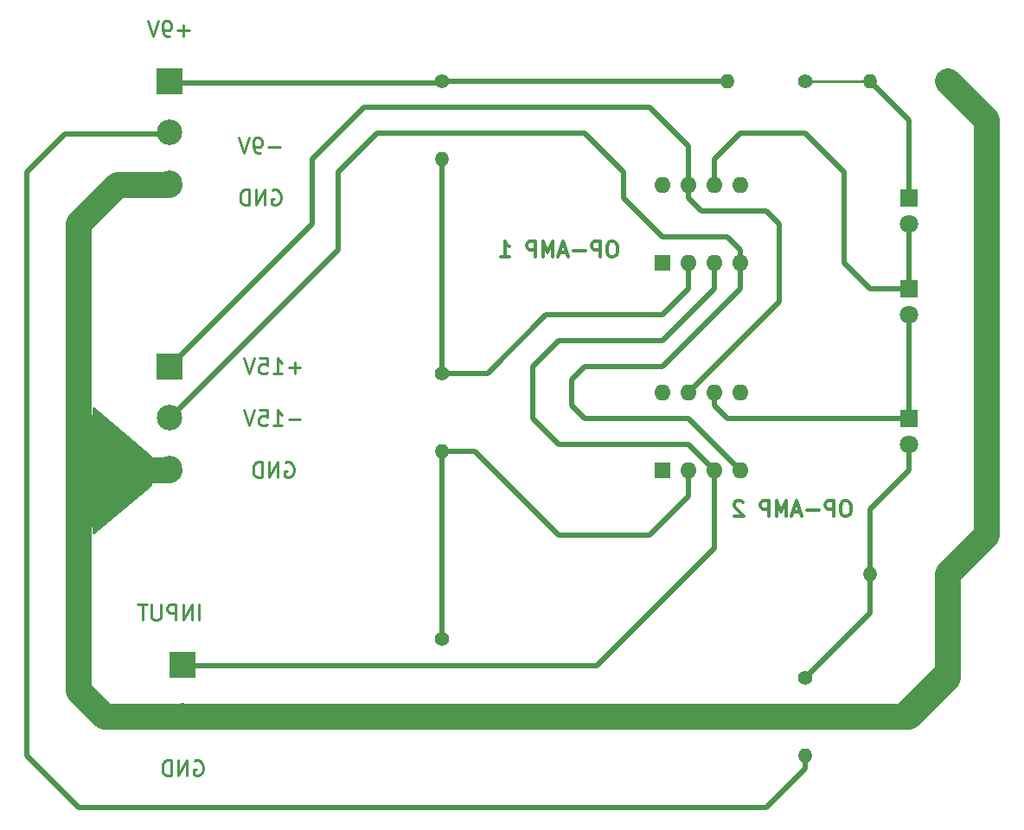
<source format=gbr>
G04 #@! TF.FileFunction,Copper,L2,Bot,Signal*
%FSLAX46Y46*%
G04 Gerber Fmt 4.6, Leading zero omitted, Abs format (unit mm)*
G04 Created by KiCad (PCBNEW 4.0.6) date 09/27/17 00:30:41*
%MOMM*%
%LPD*%
G01*
G04 APERTURE LIST*
%ADD10C,0.100000*%
%ADD11C,0.300000*%
%ADD12C,0.250000*%
%ADD13C,2.500000*%
%ADD14R,2.500000X2.500000*%
%ADD15R,1.600000X1.600000*%
%ADD16O,1.600000X1.600000*%
%ADD17C,1.400000*%
%ADD18O,1.400000X1.400000*%
%ADD19R,1.800000X1.800000*%
%ADD20C,1.800000*%
%ADD21C,0.500000*%
%ADD22C,2.500000*%
%ADD23C,1.500000*%
%ADD24C,0.254000*%
G04 APERTURE END LIST*
D10*
D11*
X180617143Y-85538571D02*
X180331429Y-85538571D01*
X180188571Y-85610000D01*
X180045714Y-85752857D01*
X179974286Y-86038571D01*
X179974286Y-86538571D01*
X180045714Y-86824286D01*
X180188571Y-86967143D01*
X180331429Y-87038571D01*
X180617143Y-87038571D01*
X180760000Y-86967143D01*
X180902857Y-86824286D01*
X180974286Y-86538571D01*
X180974286Y-86038571D01*
X180902857Y-85752857D01*
X180760000Y-85610000D01*
X180617143Y-85538571D01*
X179331428Y-87038571D02*
X179331428Y-85538571D01*
X178760000Y-85538571D01*
X178617142Y-85610000D01*
X178545714Y-85681429D01*
X178474285Y-85824286D01*
X178474285Y-86038571D01*
X178545714Y-86181429D01*
X178617142Y-86252857D01*
X178760000Y-86324286D01*
X179331428Y-86324286D01*
X177831428Y-86467143D02*
X176688571Y-86467143D01*
X176045714Y-86610000D02*
X175331428Y-86610000D01*
X176188571Y-87038571D02*
X175688571Y-85538571D01*
X175188571Y-87038571D01*
X174688571Y-87038571D02*
X174688571Y-85538571D01*
X174188571Y-86610000D01*
X173688571Y-85538571D01*
X173688571Y-87038571D01*
X172974285Y-87038571D02*
X172974285Y-85538571D01*
X172402857Y-85538571D01*
X172259999Y-85610000D01*
X172188571Y-85681429D01*
X172117142Y-85824286D01*
X172117142Y-86038571D01*
X172188571Y-86181429D01*
X172259999Y-86252857D01*
X172402857Y-86324286D01*
X172974285Y-86324286D01*
X170402857Y-85681429D02*
X170331428Y-85610000D01*
X170188571Y-85538571D01*
X169831428Y-85538571D01*
X169688571Y-85610000D01*
X169617142Y-85681429D01*
X169545714Y-85824286D01*
X169545714Y-85967143D01*
X169617142Y-86181429D01*
X170474285Y-87038571D01*
X169545714Y-87038571D01*
X157757143Y-60138571D02*
X157471429Y-60138571D01*
X157328571Y-60210000D01*
X157185714Y-60352857D01*
X157114286Y-60638571D01*
X157114286Y-61138571D01*
X157185714Y-61424286D01*
X157328571Y-61567143D01*
X157471429Y-61638571D01*
X157757143Y-61638571D01*
X157900000Y-61567143D01*
X158042857Y-61424286D01*
X158114286Y-61138571D01*
X158114286Y-60638571D01*
X158042857Y-60352857D01*
X157900000Y-60210000D01*
X157757143Y-60138571D01*
X156471428Y-61638571D02*
X156471428Y-60138571D01*
X155900000Y-60138571D01*
X155757142Y-60210000D01*
X155685714Y-60281429D01*
X155614285Y-60424286D01*
X155614285Y-60638571D01*
X155685714Y-60781429D01*
X155757142Y-60852857D01*
X155900000Y-60924286D01*
X156471428Y-60924286D01*
X154971428Y-61067143D02*
X153828571Y-61067143D01*
X153185714Y-61210000D02*
X152471428Y-61210000D01*
X153328571Y-61638571D02*
X152828571Y-60138571D01*
X152328571Y-61638571D01*
X151828571Y-61638571D02*
X151828571Y-60138571D01*
X151328571Y-61210000D01*
X150828571Y-60138571D01*
X150828571Y-61638571D01*
X150114285Y-61638571D02*
X150114285Y-60138571D01*
X149542857Y-60138571D01*
X149399999Y-60210000D01*
X149328571Y-60281429D01*
X149257142Y-60424286D01*
X149257142Y-60638571D01*
X149328571Y-60781429D01*
X149399999Y-60852857D01*
X149542857Y-60924286D01*
X150114285Y-60924286D01*
X146685714Y-61638571D02*
X147542857Y-61638571D01*
X147114285Y-61638571D02*
X147114285Y-60138571D01*
X147257142Y-60352857D01*
X147400000Y-60495714D01*
X147542857Y-60567143D01*
D12*
X125118571Y-50907143D02*
X123975714Y-50907143D01*
X123190000Y-51478571D02*
X122904285Y-51478571D01*
X122761428Y-51407143D01*
X122690000Y-51335714D01*
X122547142Y-51121429D01*
X122475714Y-50835714D01*
X122475714Y-50264286D01*
X122547142Y-50121429D01*
X122618571Y-50050000D01*
X122761428Y-49978571D01*
X123047142Y-49978571D01*
X123190000Y-50050000D01*
X123261428Y-50121429D01*
X123332857Y-50264286D01*
X123332857Y-50621429D01*
X123261428Y-50764286D01*
X123190000Y-50835714D01*
X123047142Y-50907143D01*
X122761428Y-50907143D01*
X122618571Y-50835714D01*
X122547142Y-50764286D01*
X122475714Y-50621429D01*
X122047143Y-49978571D02*
X121547143Y-51478571D01*
X121047143Y-49978571D01*
X116228571Y-39477143D02*
X115085714Y-39477143D01*
X115657143Y-40048571D02*
X115657143Y-38905714D01*
X114300000Y-40048571D02*
X114014285Y-40048571D01*
X113871428Y-39977143D01*
X113800000Y-39905714D01*
X113657142Y-39691429D01*
X113585714Y-39405714D01*
X113585714Y-38834286D01*
X113657142Y-38691429D01*
X113728571Y-38620000D01*
X113871428Y-38548571D01*
X114157142Y-38548571D01*
X114300000Y-38620000D01*
X114371428Y-38691429D01*
X114442857Y-38834286D01*
X114442857Y-39191429D01*
X114371428Y-39334286D01*
X114300000Y-39405714D01*
X114157142Y-39477143D01*
X113871428Y-39477143D01*
X113728571Y-39405714D01*
X113657142Y-39334286D01*
X113585714Y-39191429D01*
X113157143Y-38548571D02*
X112657143Y-40048571D01*
X112157143Y-38548571D01*
X127102856Y-72497143D02*
X125959999Y-72497143D01*
X126531428Y-73068571D02*
X126531428Y-71925714D01*
X124459999Y-73068571D02*
X125317142Y-73068571D01*
X124888570Y-73068571D02*
X124888570Y-71568571D01*
X125031427Y-71782857D01*
X125174285Y-71925714D01*
X125317142Y-71997143D01*
X123102856Y-71568571D02*
X123817142Y-71568571D01*
X123888571Y-72282857D01*
X123817142Y-72211429D01*
X123674285Y-72140000D01*
X123317142Y-72140000D01*
X123174285Y-72211429D01*
X123102856Y-72282857D01*
X123031428Y-72425714D01*
X123031428Y-72782857D01*
X123102856Y-72925714D01*
X123174285Y-72997143D01*
X123317142Y-73068571D01*
X123674285Y-73068571D01*
X123817142Y-72997143D01*
X123888571Y-72925714D01*
X122602857Y-71568571D02*
X122102857Y-73068571D01*
X121602857Y-71568571D01*
X127102856Y-77577143D02*
X125959999Y-77577143D01*
X124459999Y-78148571D02*
X125317142Y-78148571D01*
X124888570Y-78148571D02*
X124888570Y-76648571D01*
X125031427Y-76862857D01*
X125174285Y-77005714D01*
X125317142Y-77077143D01*
X123102856Y-76648571D02*
X123817142Y-76648571D01*
X123888571Y-77362857D01*
X123817142Y-77291429D01*
X123674285Y-77220000D01*
X123317142Y-77220000D01*
X123174285Y-77291429D01*
X123102856Y-77362857D01*
X123031428Y-77505714D01*
X123031428Y-77862857D01*
X123102856Y-78005714D01*
X123174285Y-78077143D01*
X123317142Y-78148571D01*
X123674285Y-78148571D01*
X123817142Y-78077143D01*
X123888571Y-78005714D01*
X122602857Y-76648571D02*
X122102857Y-78148571D01*
X121602857Y-76648571D01*
X124332857Y-55130000D02*
X124475714Y-55058571D01*
X124690000Y-55058571D01*
X124904285Y-55130000D01*
X125047143Y-55272857D01*
X125118571Y-55415714D01*
X125190000Y-55701429D01*
X125190000Y-55915714D01*
X125118571Y-56201429D01*
X125047143Y-56344286D01*
X124904285Y-56487143D01*
X124690000Y-56558571D01*
X124547143Y-56558571D01*
X124332857Y-56487143D01*
X124261428Y-56415714D01*
X124261428Y-55915714D01*
X124547143Y-55915714D01*
X123618571Y-56558571D02*
X123618571Y-55058571D01*
X122761428Y-56558571D01*
X122761428Y-55058571D01*
X122047142Y-56558571D02*
X122047142Y-55058571D01*
X121689999Y-55058571D01*
X121475714Y-55130000D01*
X121332856Y-55272857D01*
X121261428Y-55415714D01*
X121189999Y-55701429D01*
X121189999Y-55915714D01*
X121261428Y-56201429D01*
X121332856Y-56344286D01*
X121475714Y-56487143D01*
X121689999Y-56558571D01*
X122047142Y-56558571D01*
X125602857Y-81800000D02*
X125745714Y-81728571D01*
X125960000Y-81728571D01*
X126174285Y-81800000D01*
X126317143Y-81942857D01*
X126388571Y-82085714D01*
X126460000Y-82371429D01*
X126460000Y-82585714D01*
X126388571Y-82871429D01*
X126317143Y-83014286D01*
X126174285Y-83157143D01*
X125960000Y-83228571D01*
X125817143Y-83228571D01*
X125602857Y-83157143D01*
X125531428Y-83085714D01*
X125531428Y-82585714D01*
X125817143Y-82585714D01*
X124888571Y-83228571D02*
X124888571Y-81728571D01*
X124031428Y-83228571D01*
X124031428Y-81728571D01*
X123317142Y-83228571D02*
X123317142Y-81728571D01*
X122959999Y-81728571D01*
X122745714Y-81800000D01*
X122602856Y-81942857D01*
X122531428Y-82085714D01*
X122459999Y-82371429D01*
X122459999Y-82585714D01*
X122531428Y-82871429D01*
X122602856Y-83014286D01*
X122745714Y-83157143D01*
X122959999Y-83228571D01*
X123317142Y-83228571D01*
X116712857Y-111010000D02*
X116855714Y-110938571D01*
X117070000Y-110938571D01*
X117284285Y-111010000D01*
X117427143Y-111152857D01*
X117498571Y-111295714D01*
X117570000Y-111581429D01*
X117570000Y-111795714D01*
X117498571Y-112081429D01*
X117427143Y-112224286D01*
X117284285Y-112367143D01*
X117070000Y-112438571D01*
X116927143Y-112438571D01*
X116712857Y-112367143D01*
X116641428Y-112295714D01*
X116641428Y-111795714D01*
X116927143Y-111795714D01*
X115998571Y-112438571D02*
X115998571Y-110938571D01*
X115141428Y-112438571D01*
X115141428Y-110938571D01*
X114427142Y-112438571D02*
X114427142Y-110938571D01*
X114069999Y-110938571D01*
X113855714Y-111010000D01*
X113712856Y-111152857D01*
X113641428Y-111295714D01*
X113569999Y-111581429D01*
X113569999Y-111795714D01*
X113641428Y-112081429D01*
X113712856Y-112224286D01*
X113855714Y-112367143D01*
X114069999Y-112438571D01*
X114427142Y-112438571D01*
X117192857Y-97198571D02*
X117192857Y-95698571D01*
X116478571Y-97198571D02*
X116478571Y-95698571D01*
X115621428Y-97198571D01*
X115621428Y-95698571D01*
X114907142Y-97198571D02*
X114907142Y-95698571D01*
X114335714Y-95698571D01*
X114192856Y-95770000D01*
X114121428Y-95841429D01*
X114049999Y-95984286D01*
X114049999Y-96198571D01*
X114121428Y-96341429D01*
X114192856Y-96412857D01*
X114335714Y-96484286D01*
X114907142Y-96484286D01*
X113407142Y-95698571D02*
X113407142Y-96912857D01*
X113335714Y-97055714D01*
X113264285Y-97127143D01*
X113121428Y-97198571D01*
X112835714Y-97198571D01*
X112692856Y-97127143D01*
X112621428Y-97055714D01*
X112549999Y-96912857D01*
X112549999Y-95698571D01*
X112049999Y-95698571D02*
X111192856Y-95698571D01*
X111621427Y-97198571D02*
X111621427Y-95698571D01*
D13*
X114300000Y-82390000D03*
D14*
X114300000Y-72390000D03*
D13*
X114300000Y-77390000D03*
D15*
X162560000Y-82550000D03*
D16*
X170180000Y-74930000D03*
X165100000Y-82550000D03*
X167640000Y-74930000D03*
X167640000Y-82550000D03*
X165100000Y-74930000D03*
X170180000Y-82550000D03*
X162560000Y-74930000D03*
D15*
X162560000Y-62230000D03*
D16*
X170180000Y-54610000D03*
X165100000Y-62230000D03*
X167640000Y-54610000D03*
X167640000Y-62230000D03*
X165100000Y-54610000D03*
X170180000Y-62230000D03*
X162560000Y-54610000D03*
D17*
X190500000Y-92710000D03*
D18*
X182880000Y-92710000D03*
D17*
X190500000Y-44450000D03*
D18*
X182880000Y-44450000D03*
D17*
X176530000Y-102870000D03*
D18*
X176530000Y-110490000D03*
D17*
X176530000Y-44450000D03*
D18*
X168910000Y-44450000D03*
D17*
X140970000Y-99060000D03*
D18*
X140970000Y-106680000D03*
D17*
X140970000Y-73025000D03*
D18*
X140970000Y-80645000D03*
D17*
X140970000Y-44450000D03*
D18*
X140970000Y-52070000D03*
D13*
X114300000Y-54450000D03*
D14*
X114300000Y-44450000D03*
D13*
X114300000Y-49450000D03*
D14*
X115570000Y-101600000D03*
D13*
X115570000Y-106600000D03*
D19*
X186690000Y-64770000D03*
D20*
X186690000Y-67310000D03*
D19*
X186690000Y-55880000D03*
D20*
X186690000Y-58420000D03*
D19*
X186690000Y-77470000D03*
D20*
X186690000Y-80010000D03*
D12*
X176530000Y-44450000D02*
X182880000Y-44450000D01*
D21*
X182880000Y-44450000D02*
X186690000Y-48260000D01*
X186690000Y-48260000D02*
X186690000Y-55880000D01*
X186690000Y-64770000D02*
X186690000Y-58420000D01*
X167640000Y-54610000D02*
X167640000Y-52070000D01*
X182880000Y-64770000D02*
X186690000Y-64770000D01*
X180340000Y-62230000D02*
X182880000Y-64770000D01*
X180340000Y-53340000D02*
X180340000Y-62230000D01*
X176530000Y-49530000D02*
X180340000Y-53340000D01*
X170180000Y-49530000D02*
X176530000Y-49530000D01*
X167640000Y-52070000D02*
X170180000Y-49530000D01*
X167640000Y-74930000D02*
X167640000Y-76200000D01*
X168910000Y-77470000D02*
X186690000Y-77470000D01*
X167640000Y-76200000D02*
X168910000Y-77470000D01*
X186690000Y-77470000D02*
X186690000Y-67310000D01*
X176530000Y-102870000D02*
X181610000Y-97790000D01*
X182880000Y-96520000D02*
X182880000Y-92710000D01*
X181610000Y-97790000D02*
X182880000Y-96520000D01*
X182880000Y-92710000D02*
X182880000Y-86360000D01*
X182880000Y-86360000D02*
X186690000Y-82550000D01*
X186690000Y-82550000D02*
X186690000Y-80010000D01*
X128270000Y-63500000D02*
X130810000Y-60960000D01*
X130810000Y-53340000D02*
X134620000Y-49530000D01*
X130810000Y-60960000D02*
X130810000Y-53340000D01*
X170180000Y-62230000D02*
X170180000Y-64770000D01*
X165100000Y-77470000D02*
X170180000Y-82550000D01*
X154940000Y-77470000D02*
X165100000Y-77470000D01*
X153670000Y-76200000D02*
X154940000Y-77470000D01*
X153670000Y-73660000D02*
X153670000Y-76200000D01*
X154940000Y-72390000D02*
X153670000Y-73660000D01*
X162560000Y-72390000D02*
X154940000Y-72390000D01*
X170180000Y-64770000D02*
X162560000Y-72390000D01*
X114300000Y-77550000D02*
X114300000Y-77470000D01*
X114300000Y-77470000D02*
X128270000Y-63500000D01*
X134620000Y-49530000D02*
X154940000Y-49530000D01*
X154940000Y-49530000D02*
X158750000Y-53340000D01*
X158750000Y-53340000D02*
X158750000Y-55880000D01*
X158750000Y-55880000D02*
X162560000Y-59690000D01*
X162560000Y-59690000D02*
X168910000Y-59690000D01*
X168910000Y-59690000D02*
X170180000Y-60960000D01*
X170180000Y-60960000D02*
X170180000Y-62230000D01*
D22*
X140970000Y-106680000D02*
X186690000Y-106680000D01*
X186690000Y-106680000D02*
X190500000Y-102870000D01*
X190500000Y-102870000D02*
X190500000Y-92710000D01*
X190500000Y-92710000D02*
X194310000Y-88900000D01*
X194310000Y-88900000D02*
X194310000Y-48260000D01*
X194310000Y-48260000D02*
X190500000Y-44450000D01*
D23*
X185420000Y-106680000D02*
X190500000Y-101600000D01*
X190500000Y-101600000D02*
X190500000Y-92710000D01*
D21*
X190500000Y-101600000D02*
X190500000Y-92710000D01*
X185420000Y-106680000D02*
X190500000Y-101600000D01*
D23*
X190500000Y-92710000D02*
X194310000Y-88900000D01*
X194310000Y-88900000D02*
X194310000Y-48260000D01*
X194310000Y-48260000D02*
X190500000Y-44450000D01*
D22*
X107950000Y-106680000D02*
X115570000Y-106680000D01*
X115570000Y-106680000D02*
X140970000Y-106680000D01*
D23*
X107950000Y-106680000D02*
X115570000Y-106680000D01*
D21*
X107950000Y-106680000D02*
X115570000Y-106680000D01*
D22*
X105410000Y-104140000D02*
X107950000Y-106680000D01*
X114300000Y-54610000D02*
X109220000Y-54610000D01*
X109220000Y-54610000D02*
X105410000Y-58420000D01*
D23*
X109220000Y-54610000D02*
X105410000Y-58420000D01*
X105410000Y-58420000D02*
X105410000Y-104140000D01*
D21*
X105410000Y-104140000D02*
X107950000Y-106680000D01*
X109220000Y-54610000D02*
X105410000Y-58420000D01*
D22*
X105410000Y-58420000D02*
X105410000Y-87630000D01*
X105410000Y-87630000D02*
X105410000Y-104140000D01*
X110490000Y-82550000D02*
X105410000Y-87630000D01*
X114300000Y-82550000D02*
X110490000Y-82550000D01*
D21*
X176530000Y-110490000D02*
X176530000Y-111760000D01*
X104060000Y-49610000D02*
X100330000Y-53340000D01*
X100330000Y-53340000D02*
X100330000Y-110490000D01*
X100330000Y-110490000D02*
X105410000Y-115570000D01*
X105410000Y-115570000D02*
X172720000Y-115570000D01*
X114300000Y-49610000D02*
X104060000Y-49610000D01*
X176530000Y-111760000D02*
X172720000Y-115570000D01*
X114300000Y-44610000D02*
X140810000Y-44610000D01*
X140810000Y-44610000D02*
X140970000Y-44450000D01*
X140970000Y-44450000D02*
X168910000Y-44450000D01*
D12*
X140810000Y-44610000D02*
X140970000Y-44450000D01*
D21*
X140970000Y-44450000D02*
X168910000Y-44450000D01*
X165100000Y-62230000D02*
X165100000Y-64770000D01*
X145415000Y-73025000D02*
X140970000Y-73025000D01*
X151130000Y-67310000D02*
X145415000Y-73025000D01*
X162560000Y-67310000D02*
X151130000Y-67310000D01*
X165100000Y-64770000D02*
X162560000Y-67310000D01*
X140970000Y-73025000D02*
X140970000Y-52070000D01*
X140970000Y-80645000D02*
X144145000Y-80645000D01*
X165100000Y-85090000D02*
X165100000Y-82550000D01*
X161290000Y-88900000D02*
X165100000Y-85090000D01*
X152400000Y-88900000D02*
X161290000Y-88900000D01*
X144145000Y-80645000D02*
X152400000Y-88900000D01*
X140970000Y-80645000D02*
X140970000Y-99060000D01*
X115570000Y-101680000D02*
X156130000Y-101680000D01*
X156130000Y-101680000D02*
X167640000Y-90170000D01*
X167640000Y-62230000D02*
X167640000Y-64770000D01*
X165100000Y-80010000D02*
X167640000Y-82550000D01*
X152400000Y-80010000D02*
X165100000Y-80010000D01*
X149860000Y-77470000D02*
X152400000Y-80010000D01*
X149860000Y-72390000D02*
X149860000Y-77470000D01*
X152400000Y-69850000D02*
X149860000Y-72390000D01*
X162560000Y-69850000D02*
X152400000Y-69850000D01*
X167640000Y-64770000D02*
X162560000Y-69850000D01*
X167640000Y-90170000D02*
X167640000Y-82550000D01*
X124460000Y-62230000D02*
X128270000Y-58420000D01*
X128270000Y-52070000D02*
X133350000Y-46990000D01*
X128270000Y-58420000D02*
X128270000Y-52070000D01*
X133350000Y-46990000D02*
X161290000Y-46990000D01*
X161290000Y-46990000D02*
X165100000Y-50800000D01*
X114300000Y-72550000D02*
X114300000Y-72390000D01*
X114300000Y-72390000D02*
X124460000Y-62230000D01*
D12*
X114300000Y-72390000D02*
X124460000Y-62230000D01*
X114300000Y-72390000D02*
X124460000Y-62230000D01*
D21*
X165100000Y-54610000D02*
X165100000Y-55880000D01*
X173990000Y-58420000D02*
X173990000Y-59690000D01*
X172720000Y-57150000D02*
X173990000Y-58420000D01*
X166370000Y-57150000D02*
X172720000Y-57150000D01*
X165100000Y-55880000D02*
X166370000Y-57150000D01*
X173990000Y-66040000D02*
X165100000Y-74930000D01*
X173990000Y-59690000D02*
X173990000Y-66040000D01*
X165100000Y-50800000D02*
X165100000Y-54610000D01*
D24*
G36*
X106606183Y-77210487D02*
X106652205Y-77231064D01*
X106702607Y-77232115D01*
X106749447Y-77213473D01*
X106785344Y-77178077D01*
X106807000Y-77107143D01*
X106807000Y-76471150D01*
X112423994Y-81151978D01*
X112415000Y-81173691D01*
X112415000Y-82264250D01*
X112573750Y-82423000D01*
X113993394Y-82423000D01*
X114111860Y-82541466D01*
X113949219Y-82677000D01*
X112573750Y-82677000D01*
X112415000Y-82835750D01*
X112415000Y-83926309D01*
X112423994Y-83948021D01*
X106807000Y-88628850D01*
X106807000Y-86904286D01*
X106796994Y-86854876D01*
X106768553Y-86813251D01*
X106726159Y-86785971D01*
X106676491Y-86777334D01*
X106616990Y-86794019D01*
X105537000Y-87411156D01*
X105537000Y-76446785D01*
X106606183Y-77210487D01*
X106606183Y-77210487D01*
G37*
X106606183Y-77210487D02*
X106652205Y-77231064D01*
X106702607Y-77232115D01*
X106749447Y-77213473D01*
X106785344Y-77178077D01*
X106807000Y-77107143D01*
X106807000Y-76471150D01*
X112423994Y-81151978D01*
X112415000Y-81173691D01*
X112415000Y-82264250D01*
X112573750Y-82423000D01*
X113993394Y-82423000D01*
X114111860Y-82541466D01*
X113949219Y-82677000D01*
X112573750Y-82677000D01*
X112415000Y-82835750D01*
X112415000Y-83926309D01*
X112423994Y-83948021D01*
X106807000Y-88628850D01*
X106807000Y-86904286D01*
X106796994Y-86854876D01*
X106768553Y-86813251D01*
X106726159Y-86785971D01*
X106676491Y-86777334D01*
X106616990Y-86794019D01*
X105537000Y-87411156D01*
X105537000Y-76446785D01*
X106606183Y-77210487D01*
M02*

</source>
